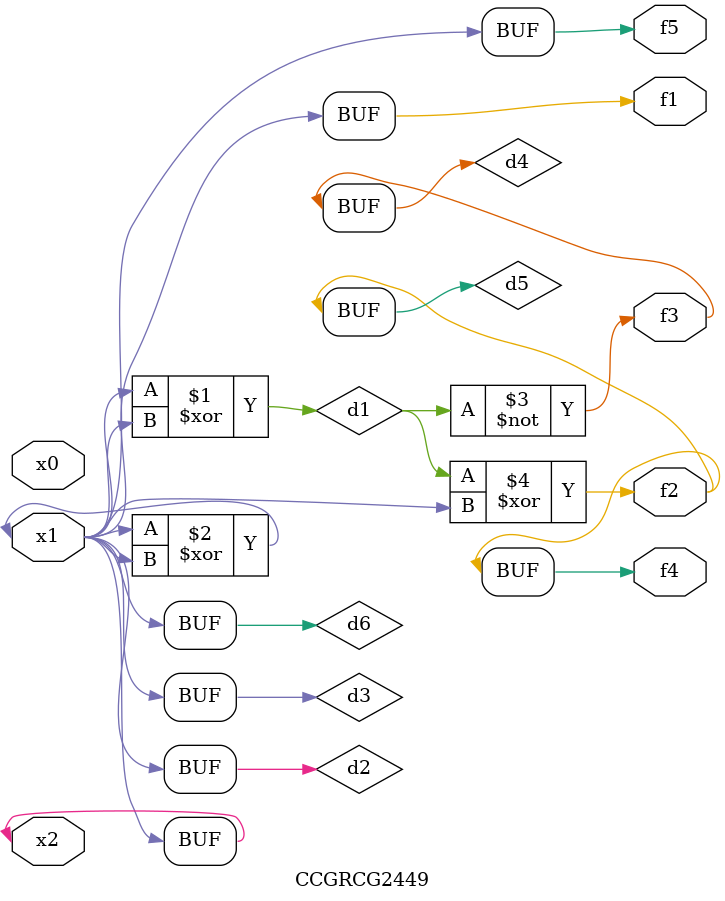
<source format=v>
module CCGRCG2449(
	input x0, x1, x2,
	output f1, f2, f3, f4, f5
);

	wire d1, d2, d3, d4, d5, d6;

	xor (d1, x1, x2);
	buf (d2, x1, x2);
	xor (d3, x1, x2);
	nor (d4, d1);
	xor (d5, d1, d2);
	buf (d6, d2, d3);
	assign f1 = d6;
	assign f2 = d5;
	assign f3 = d4;
	assign f4 = d5;
	assign f5 = d6;
endmodule

</source>
